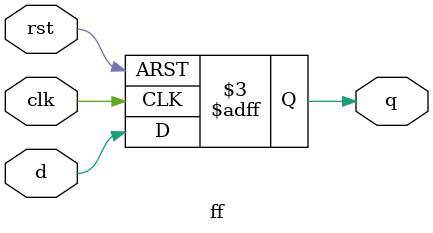
<source format=v>


module ff(
	input wire clk,
	input wire rst,
	input wire d,
	output reg q
);


always @ (posedge clk or negedge rst) begin
	if (!rst) begin
	q<=0;
	end else begin
	q<=d;
	end
end

endmodule




</source>
